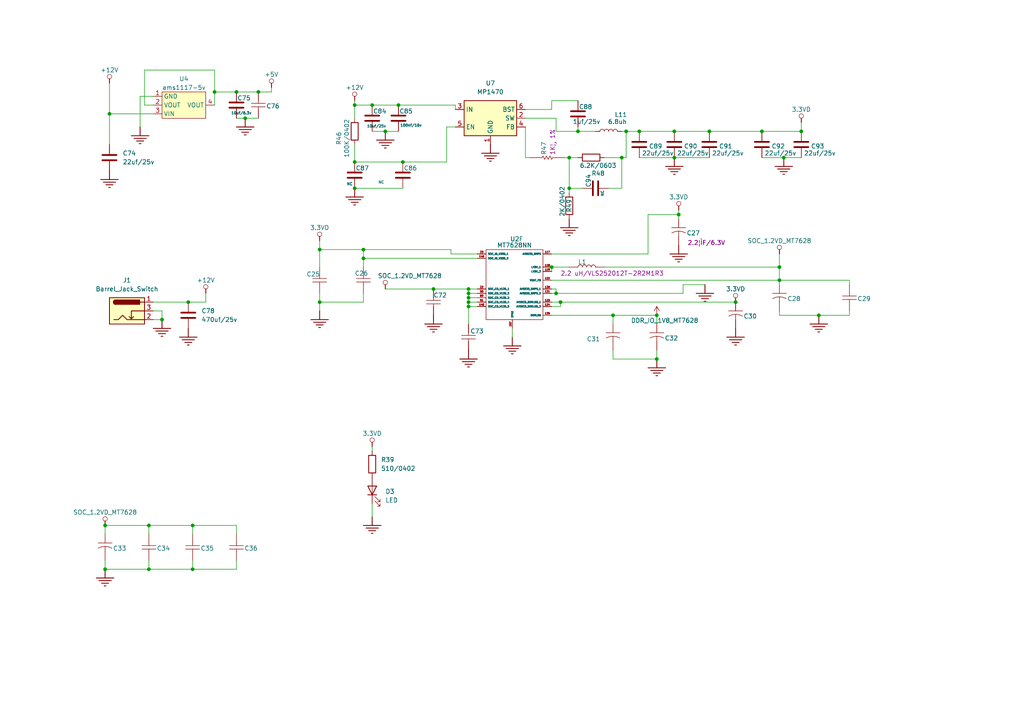
<source format=kicad_sch>
(kicad_sch (version 20250114) (generator "eeschema") (generator_version "9.0")
  (paper "A4")
  (lib_symbols
    (symbol "Connector:Barrel_Jack_Switch" (pin_names (hide yes))
      (property "Reference" "J" (at 0 5.334 0))
      (property "Value" "Barrel_Jack_Switch" (at 0 -5.08 0))
      (symbol "Barrel_Jack_Switch_1_1"
        (pin passive line (at 7.62 2.54 180) (length 2.54) (name "~") (number "1"))
        (pin passive line (at 7.62 0 180) (length 2.54) (name "~") (number "3"))
        (pin passive line (at 7.62 -2.54 180) (length 2.54) (name "~") (number "2"))
      )
    )
    (symbol "DDR2_CFG-altium-import:root_1_Res1_Miscellaneous Devices.SchLib" (pin_numbers (hide yes)) (pin_names (hide yes))
      (symbol "root_1_Res1_Miscellaneous Devices.SchLib_1_0"
        (pin passive line (at 2.54 7.62 270) (length 2.54) (name "2") (number "2"))
        (pin passive line (at 2.54 -2.54 90) (length 2.54) (name "1") (number "1"))
      )
    )
    (symbol "Device:C" (pin_numbers (hide yes)) (pin_names (offset 0.254))
      (property "Reference" "C" (at 0.635 2.54 0))
      (property "Value" "C" (at 0.635 -2.54 0))
      (symbol "C_1_1"
        (pin passive line (at 0 3.81 270) (length 2.794) (name "~") (number "1"))
        (pin passive line (at 0 -3.81 90) (length 2.794) (name "~") (number "2"))
      )
    )
    (symbol "Device:L" (pin_numbers (hide yes)) (pin_names (offset 1.016) (hide yes))
      (property "Reference" "L" (at -1.27 0 90))
      (property "Value" "L" (at 1.905 0 90))
      (symbol "L_1_1"
        (pin passive line (at 0 3.81 270) (length 1.27) (name "1") (number "1"))
        (pin passive line (at 0 -3.81 90) (length 1.27) (name "2") (number "2"))
      )
    )
    (symbol "Device:LED" (pin_numbers (hide yes)) (pin_names (offset 1.016) (hide yes))
      (property "Reference" "D" (at 0 2.54 0))
      (property "Value" "LED" (at 0 -2.54 0))
      (symbol "LED_1_1"
        (pin passive line (at -3.81 0 0) (length 2.54) (name "K") (number "1"))
        (pin passive line (at 3.81 0 180) (length 2.54) (name "A") (number "2"))
      )
    )
    (symbol "Device:R" (pin_numbers (hide yes)) (pin_names (offset 0))
      (property "Reference" "R" (at 2.032 0 90))
      (property "Value" "R" (at 0 0 90))
      (symbol "R_1_1"
        (pin passive line (at 0 3.81 270) (length 1.27) (name "~") (number "1"))
        (pin passive line (at 0 -3.81 90) (length 1.27) (name "~") (number "2"))
      )
    )
    (symbol "MT7688AN_Power-altium-import:3.3VD_CIRCLE" (power)
      (property "Value" "3.3VD" (at 0 -3.81 0))
      (symbol "3.3VD_CIRCLE_0_0"
        (pin power_in line (at 0 0 0) (length 0) (hide yes) (name "3.3VD") (number ""))
      )
    )
    (symbol "MT7688AN_Power-altium-import:GND_POWER_GROUND" (power)
      (property "Value" "GND" (at 0 -6.35 0))
      (symbol "GND_POWER_GROUND_0_0"
        (pin power_in line (at 0 0 0) (length 0) (hide yes) (name "GND") (number ""))
      )
    )
    (symbol "MT7688AN_Power-altium-import:SOC_1.2VD_MT7688_CIRCLE" (power)
      (property "Value" "SOC_1.2VD_MT7688" (at 0 -3.81 0))
      (symbol "SOC_1.2VD_MT7688_CIRCLE_0_0"
        (pin power_in line (at 0 0 0) (length 0) (hide yes) (name "SOC_1.2VD_MT7688") (number ""))
      )
    )
    (symbol "MT7688AN_Power-altium-import:root_0_Inductor_Miscellaneous Devices.SchLib" (pin_numbers (hide yes)) (pin_names (hide yes))
      (symbol "root_0_Inductor_Miscellaneous Devices.SchLib_1_0"
        (pin passive line (at -2.54 -2.54 0) (length 2.54) (name "1") (number "1"))
        (pin passive line (at 7.62 -2.54 180) (length 2.54) (name "2") (number "2"))
      )
    )
    (symbol "MT7688AN_Power-altium-import:root_1_Cap_Miscellaneous Devices.SchLib" (pin_numbers (hide yes)) (pin_names (hide yes))
      (symbol "root_1_Cap_Miscellaneous Devices.SchLib_1_0"
        (pin passive line (at 2.54 5.08 270) (length 2.54) (name "2") (number "2"))
        (pin passive line (at 2.54 -2.54 90) (length 2.54) (name "1") (number "1"))
      )
    )
    (symbol "MT7688AN_Power-altium-import:root_3_Cap2_Miscellaneous Devices.SchLib" (pin_numbers (hide yes)) (pin_names (hide yes))
      (symbol "root_3_Cap2_Miscellaneous Devices.SchLib_1_0"
        (pin passive line (at -2.54 2.54 270) (length 2.54) (name "1") (number "1"))
        (pin passive line (at -2.54 -5.08 90) (length 2.54) (name "2") (number "2"))
      )
    )
    (symbol "MT7688AN_Power-altium-import:root_3_Cap_Miscellaneous Devices.SchLib" (pin_numbers (hide yes)) (pin_names (hide yes))
      (symbol "root_3_Cap_Miscellaneous Devices.SchLib_1_0"
        (pin passive line (at -2.54 2.54 270) (length 2.54) (name "1") (number "1"))
        (pin passive line (at -2.54 -5.08 90) (length 2.54) (name "2") (number "2"))
      )
    )
    (symbol "Regulator_Switching:MP1470"
      (property "Reference" "U" (at -6.35 6.35 0))
      (property "Value" "MP1470" (at 3.81 6.35 0))
      (symbol "MP1470_1_1"
        (pin power_in line (at -10.16 2.54 0) (length 2.54) (name "IN") (number "3"))
        (pin input line (at -10.16 -2.54 0) (length 2.54) (name "EN") (number "5"))
        (pin power_in line (at 0 -7.62 90) (length 2.54) (name "GND") (number "1"))
        (pin passive line (at 10.16 2.54 180) (length 2.54) (name "BST") (number "6"))
        (pin power_out line (at 10.16 0 180) (length 2.54) (name "SW") (number "2"))
        (pin input line (at 10.16 -2.54 180) (length 2.54) (name "FB") (number "4"))
      )
    )
    (symbol "ams117:ams117-5v"
      (property "Reference" "U" (at 0 2.286 0))
      (symbol "ams117-5v_1_1"
        (pin power_in line (at -10.16 0 0) (length 2.54) (name "GND") (number "1"))
        (pin output line (at -10.16 -2.54 0) (length 2.54) (name "VOUT") (number "2"))
        (pin input line (at -10.16 -5.08 0) (length 2.54) (name "VIN") (number "3"))
        (pin output line (at 7.62 -2.54 180) (length 2.54) (name "VOUT") (number "4"))
      )
    )
    (symbol "mt7628_222:MT7628_*"
      (symbol "MT7628_*_1_1"
        (pin power_in line (at -8.89 2.54 0) (length 2.54) (name "AVDD33_WF_RFDIG") (number "149"))
        (pin power_in line (at -8.89 -2.54 0) (length 2.54) (name "AVDD33_WF_SX") (number "154"))
        (pin power_in line (at -8.89 -7.62 0) (length 2.54) (name "AVDD33_XTAL") (number "150"))
        (pin input line (at -8.89 -13.97 0) (length 2.54) (name "XTALIN") (number "151"))
        (pin power_in line (at -8.89 -20.32 0) (length 2.54) (name "AVSS33_XTAL") (number "152"))
        (pin output line (at -8.89 -26.67 0) (length 2.54) (name "CLKOUTP") (number "153"))
        (pin bidirectional line (at 10.16 3.81 180) (length 2.54) (name "WF0_LNA_EXT") (number "156"))
        (pin bidirectional line (at 10.16 2.54 180) (length 2.54) (name "WF1_LNA_EXT") (number "9"))
        (pin bidirectional line (at 10.16 0 180) (length 2.54) (name "AVSS33_RF_3") (number "7"))
        (pin bidirectional line (at 10.16 -2.54 180) (length 2.54) (name "WF0_RFIOP_1") (number "5"))
        (pin bidirectional line (at 10.16 -3.81 180) (length 2.54) (name "WF0_RFIOP_2") (number "6"))
        (pin bidirectional line (at 10.16 -6.35 180) (length 2.54) (name "WF0_RFION_1") (number "3"))
        (pin bidirectional line (at 10.16 -7.62 180) (length 2.54) (name "WF0_RFION_2") (number "4"))
        (pin bidirectional line (at 10.16 -10.16 180) (length 2.54) (name "AVSS33_RF_1") (number "1"))
        (pin bidirectional line (at 10.16 -11.43 180) (length 2.54) (name "AVSS33_RF_2") (number "2"))
        (pin bidirectional line (at 10.16 -13.97 180) (length 2.54) (name "AVSS33_RF_5") (number "13"))
        (pin bidirectional line (at 10.16 -16.51 180) (length 2.54) (name "WF1_RFIOP") (number "12"))
        (pin bidirectional line (at 10.16 -19.05 180) (length 2.54) (name "WF1_RFION") (number "11"))
        (pin bidirectional line (at 10.16 -21.59 180) (length 2.54) (name "AVSS33_RF_4") (number "10"))
        (pin bidirectional line (at 10.16 -24.13 180) (length 2.54) (name "AVDD33_WF0_TX") (number "8"))
        (pin power_in line (at 10.16 -26.67 180) (length 2.54) (name "AVDD33_WF1_TX") (number "14"))
        (pin power_in line (at 10.16 -29.21 180) (length 2.54) (name "AVDD33_WF0_TRX") (number "155"))
        (pin power_out line (at 10.16 -31.75 180) (length 2.54) (name "AVDD33_WF1_TRX") (number "15"))
      )
      (symbol "MT7628_*_2_1"
        (pin bidirectional line (at -11.43 10.16 0) (length 2.54) (name "MD0") (number "71"))
        (pin bidirectional line (at -11.43 8.89 0) (length 2.54) (name "MD1") (number "107"))
        (pin bidirectional line (at -11.43 7.62 0) (length 2.54) (name "MD2") (number "69"))
        (pin bidirectional line (at -11.43 6.35 0) (length 2.54) (name "MD3") (number "105"))
        (pin bidirectional line (at -11.43 5.08 0) (length 2.54) (name "MD4") (number "106"))
        (pin bidirectional line (at -11.43 3.81 0) (length 2.54) (name "MD5") (number "73"))
        (pin bidirectional line (at -11.43 2.54 0) (length 2.54) (name "MD6") (number "109"))
        (pin bidirectional line (at -11.43 1.27 0) (length 2.54) (name "MD7") (number "70"))
        (pin bidirectional line (at -11.43 0 0) (length 2.54) (name "MD8") (number "66"))
        (pin bidirectional line (at -11.43 -1.27 0) (length 2.54) (name "MD9") (number "112"))
        (pin bidirectional line (at -11.43 -2.54 0) (length 2.54) (name "MD10") (number "68"))
        (pin bidirectional line (at -11.43 -3.81 0) (length 2.54) (name "MD11") (number "110"))
        (pin bidirectional line (at -11.43 -5.08 0) (length 2.54) (name "MD12") (number "111"))
        (pin bidirectional line (at -11.43 -6.35 0) (length 2.54) (name "MD13") (number "67"))
        (pin bidirectional line (at -11.43 -7.62 0) (length 2.54) (name "MD14") (number "114"))
        (pin bidirectional line (at -11.43 -8.89 0) (length 2.54) (name "MD15") (number "65"))
        (pin bidirectional line (at -11.43 -15.24 0) (length 2.54) (name "DDR_IO_1V8D_1") (number "79"))
        (pin bidirectional line (at -11.43 -16.51 0) (length 2.54) (name "DDR_IO_1V8D_2") (number "98"))
        (pin bidirectional line (at -11.43 -17.78 0) (length 2.54) (name "DDR_IO_1V8D_3") (number "116"))
        (pin bidirectional line (at -11.43 -25.4 0) (length 2.54) (name "DDR_IO_VREF_1") (number "90"))
        (pin bidirectional line (at -11.43 -26.67 0) (length 2.54) (name "DDR_IO_VREF_2") (number "104"))
        (pin power_in line (at -1.27 -36.83 90) (length 2.54) (name "DDR_IO_VSS_1") (number "63"))
        (pin power_in line (at 0 -36.83 90) (length 2.54) (name "DDR_IO_VSS_2") (number "115"))
        (pin bidirectional line (at 11.43 10.16 180) (length 2.54) (name "MA0") (number "80"))
        (pin bidirectional line (at 11.43 8.89 180) (length 2.54) (name "MA1") (number "88"))
        (pin bidirectional line (at 11.43 7.62 180) (length 2.54) (name "MA2") (number "87"))
        (pin bidirectional line (at 11.43 6.35 180) (length 2.54) (name "MA3") (number "97"))
        (pin bidirectional line (at 11.43 5.08 180) (length 2.54) (name "MA4") (number "82"))
        (pin bidirectional line (at 11.43 3.81 180) (length 2.54) (name "MA5") (number "93"))
        (pin bidirectional line (at 11.43 2.54 180) (length 2.54) (name "MA6") (number "86"))
        (pin bidirectional line (at 11.43 1.27 180) (length 2.54) (name "MA7") (number "95"))
        (pin bidirectional line (at 11.43 0 180) (length 2.54) (name "MA8") (number "84"))
        (pin bidirectional line (at 11.43 -1.27 180) (length 2.54) (name "MA9") (number "94"))
        (pin bidirectional line (at 11.43 -2.54 180) (length 2.54) (name "MA10") (number "92"))
        (pin bidirectional line (at 11.43 -3.81 180) (length 2.54) (name "MA11") (number "85"))
        (pin bidirectional line (at 11.43 -5.08 180) (length 2.54) (name "MA12") (number "96"))
        (pin bidirectional line (at 11.43 -6.35 180) (length 2.54) (name "MA13") (number "83"))
        (pin bidirectional line (at 11.43 -8.89 180) (length 2.54) (name "MDQS0") (number "113"))
        (pin bidirectional line (at 11.43 -10.16 180) (length 2.54) (name "MDQS1") (number "72"))
        (pin bidirectional line (at 11.43 -12.7 180) (length 2.54) (name "MDQM0") (number "108"))
        (pin bidirectional line (at 11.43 -13.97 180) (length 2.54) (name "MDQM1") (number "64"))
        (pin bidirectional line (at 11.43 -16.51 180) (length 2.54) (name "MBA0") (number "100"))
        (pin bidirectional line (at 11.43 -17.78 180) (length 2.54) (name "MBA1") (number "99"))
        (pin bidirectional line (at 11.43 -19.05 180) (length 2.54) (name "MBA2") (number "101"))
        (pin bidirectional line (at 11.43 -21.59 180) (length 2.54) (name "MCK_N") (number "76"))
        (pin bidirectional line (at 11.43 -22.86 180) (length 2.54) (name "MCK_P") (number "77"))
        (pin bidirectional line (at 11.43 -25.4 180) (length 2.54) (name "MCKE") (number "103"))
        (pin bidirectional line (at 11.43 -27.94 180) (length 2.54) (name "MODT") (number "74"))
        (pin bidirectional line (at 11.43 -29.21 180) (length 2.54) (name "MRAS") (number "81"))
        (pin bidirectional line (at 11.43 -30.48 180) (length 2.54) (name "MCAS") (number "75"))
        (pin bidirectional line (at 11.43 -31.75 180) (length 2.54) (name "MW_E") (number "102"))
        (pin bidirectional line (at 11.43 -33.02 180) (length 2.54) (name "MCS") (number "78"))
      )
      (symbol "MT7628_*_3_1"
        (pin bidirectional line (at -7.62 0 0) (length 2.54) (name "SPI_MISO") (number "26"))
        (pin bidirectional line (at -7.62 -1.27 0) (length 2.54) (name "SPI_MOSI") (number "27"))
        (pin bidirectional line (at -7.62 -2.54 0) (length 2.54) (name "SPI_CLK") (number "25"))
        (pin bidirectional line (at -7.62 -3.81 0) (length 2.54) (name "SPI_CS0") (number "28"))
        (pin bidirectional line (at -7.62 -5.08 0) (length 2.54) (name "SPI_CS1") (number "24"))
        (pin bidirectional line (at -7.62 -10.16 0) (length 2.54) (name "I2C_SCLK") (number "20"))
        (pin bidirectional line (at -7.62 -11.43 0) (length 2.54) (name "I2C_SD") (number "21"))
        (pin bidirectional line (at -7.62 -13.97 0) (length 2.54) (name "GPIO0") (number "29"))
        (pin bidirectional line (at -7.62 -16.51 0) (length 2.54) (name "PORST_N") (number "138"))
        (pin bidirectional line (at -7.62 -17.78 0) (length 2.54) (name "WDT_RST_N") (number "137"))
        (pin bidirectional line (at 0 -24.13 90) (length 2.54) (name "NC_1") (number "37"))
        (pin output line (at 8.89 -2.54 180) (length 2.54) (name "UART_TXD1") (number "147"))
        (pin input line (at 8.89 -3.81 180) (length 2.54) (name "UART_RXD1") (number "148"))
        (pin input line (at 8.89 -7.62 180) (length 2.54) (name "UART_RXD0") (number "31"))
        (pin output line (at 8.89 -8.89 180) (length 2.54) (name "UART_TXD0") (number "30"))
        (pin bidirectional line (at 8.89 -12.7 180) (length 2.54) (name "I2S_CLK") (number "19"))
        (pin output line (at 8.89 -13.97 180) (length 2.54) (name "I2S_WS") (number "18"))
        (pin output line (at 8.89 -15.24 180) (length 2.54) (name "I2S_SDI") (number "16"))
        (pin bidirectional line (at 8.89 -16.51 180) (length 2.54) (name "I2S_SDO") (number "17"))
        (pin bidirectional line (at 8.89 -17.78 180) (length 2.54) (name "REF_CLK0") (number "136"))
        (pin bidirectional line (at 8.89 -20.32 180) (length 2.54) (name "WLED_N") (number "144"))
      )
      (symbol "MT7628_*_4_1"
        (pin power_in line (at -11.43 8.89 0) (length 2.54) (name "AVDD33_USB") (number "60"))
        (pin bidirectional line (at -11.43 0 0) (length 2.54) (name "USB_VRT") (number "59"))
        (pin bidirectional line (at -11.43 -6.35 0) (length 2.54) (name "USB_DP") (number "61"))
        (pin bidirectional line (at -11.43 -7.62 0) (length 2.54) (name "USB_DM") (number "62"))
        (pin power_in line (at 0 -15.24 90) (length 2.54) (name "PCIE_IO_VSS") (number "128"))
        (pin bidirectional line (at 11.43 10.16 180) (length 2.54) (name "AVDD12_PCIE") (number "131"))
        (pin bidirectional line (at 11.43 7.62 180) (length 2.54) (name "AVDD33_PCIE") (number "134"))
        (pin bidirectional line (at 11.43 5.08 180) (length 2.54) (name "PERST_N") (number "135"))
        (pin bidirectional line (at 11.43 2.54 180) (length 2.54) (name "PCIE_CKP0") (number "133"))
        (pin bidirectional line (at 11.43 1.27 180) (length 2.54) (name "PCIE_CKN0") (number "132"))
        (pin bidirectional line (at 11.43 -1.27 180) (length 2.54) (name "PCIE_TXP0") (number "127"))
        (pin bidirectional line (at 11.43 -3.81 180) (length 2.54) (name "PCIE_TXN0") (number "126"))
        (pin bidirectional line (at 11.43 -7.62 180) (length 2.54) (name "PCIE_RXP0") (number "129"))
        (pin bidirectional line (at 11.43 -8.89 180) (length 2.54) (name "PCIE_RXN0") (number "130"))
      )
      (symbol "MT7628_*_5_1"
        (pin power_in line (at -11.43 16.51 0) (length 2.54) (name "AVDD33_TX_P0") (number "32"))
        (pin power_in line (at -11.43 15.24 0) (length 2.54) (name "AVDD33_COM") (number "38"))
        (pin power_in line (at -11.43 13.97 0) (length 2.54) (name "AVDD33_TX_P1234_1") (number "41"))
        (pin power_in line (at -11.43 12.7 0) (length 2.54) (name "AVDD33_TX_P1234_2") (number "53"))
        (pin bidirectional line (at -11.43 5.08 0) (length 2.54) (name "EPHY_VRT") (number "39"))
        (pin bidirectional line (at -11.43 -2.54 0) (length 2.54) (name "EPHY_LED4_N_JTRST_N") (number "139"))
        (pin bidirectional line (at -11.43 -3.81 0) (length 2.54) (name "AVDD33_TX_P1234_2") (number "140"))
        (pin bidirectional line (at -11.43 -5.08 0) (length 2.54) (name "EPHY_LED2_N_JTMS") (number "141"))
        (pin bidirectional line (at -11.43 -6.35 0) (length 2.54) (name "EPHY_LED1_N_JTDI") (number "142"))
        (pin bidirectional line (at -11.43 -7.62 0) (length 2.54) (name "EPHY_LED0_N_JTDO") (number "143"))
        (pin bidirectional line (at 11.43 16.51 180) (length 2.54) (name "MDI_TN_P4") (number "57"))
        (pin bidirectional line (at 11.43 15.24 180) (length 2.54) (name "MDI_TP_P4") (number "56"))
        (pin bidirectional line (at 11.43 13.97 180) (length 2.54) (name "MDI_RN_P4") (number "55"))
        (pin bidirectional line (at 11.43 12.7 180) (length 2.54) (name "MDI_RP_P4") (number "54"))
        (pin bidirectional line (at 11.43 10.16 180) (length 2.54) (name "MDI_TN_P3") (number "50"))
        (pin bidirectional line (at 11.43 8.89 180) (length 2.54) (name "MDI_TP_P3") (number "49"))
        (pin bidirectional line (at 11.43 7.62 180) (length 2.54) (name "MDI_RN_P3") (number "52"))
        (pin bidirectional line (at 11.43 6.35 180) (length 2.54) (name "MDI_RP_P3") (number "51"))
        (pin bidirectional line (at 11.43 3.81 180) (length 2.54) (name "MDI_TN_P2") (number "48"))
        (pin bidirectional line (at 11.43 2.54 180) (length 2.54) (name "MDI_TP_P2") (number "47"))
        (pin bidirectional line (at 11.43 1.27 180) (length 2.54) (name "MDI_RN_P2") (number "46"))
        (pin bidirectional line (at 11.43 0 180) (length 2.54) (name "MDI_RP_P2") (number "45"))
        (pin bidirectional line (at 11.43 -2.54 180) (length 2.54) (name "MDI_TN_P1") (number "42"))
        (pin bidirectional line (at 11.43 -3.81 180) (length 2.54) (name "MDI_TP_P1") (number "40"))
        (pin bidirectional line (at 11.43 -5.08 180) (length 2.54) (name "MDI_RN_P1") (number "44"))
        (pin bidirectional line (at 11.43 -6.35 180) (length 2.54) (name "MDI_RP_P1") (number "43"))
        (pin bidirectional line (at 11.43 -8.89 180) (length 2.54) (name "MDI_TN_P0") (number "36"))
        (pin bidirectional line (at 11.43 -10.16 180) (length 2.54) (name "MDI_TP_P0") (number "35"))
        (pin bidirectional line (at 11.43 -11.43 180) (length 2.54) (name "MDI_RN_P0") (number "34"))
        (pin bidirectional line (at 11.43 -12.7 180) (length 2.54) (name "MDI_RP_P0") (number "33"))
      )
      (symbol "MT7628_*_6_1"
        (pin bidirectional line (at -11.43 7.62 0) (length 2.54) (name "SOC_IO_V33D_1") (number "23"))
        (pin bidirectional line (at -11.43 6.35 0) (length 2.54) (name "SOC_IO_V33D_2") (number "146"))
        (pin bidirectional line (at -11.43 -2.54 0) (length 2.54) (name "SOC_CO_V12D_1") (number "22"))
        (pin bidirectional line (at -11.43 -3.81 0) (length 2.54) (name "SOC_CO_V12D_2") (number "58"))
        (pin bidirectional line (at -11.43 -5.08 0) (length 2.54) (name "SOC_CO_V12D_3") (number "89"))
        (pin bidirectional line (at -11.43 -6.35 0) (length 2.54) (name "SOC_CO_V12D_4") (number "91"))
        (pin bidirectional line (at -11.43 -7.62 0) (length 2.54) (name "SOC_CO_V12D_5") (number "145"))
        (pin power_in line (at -1.27 -13.97 90) (length 2.54) (name "EPAD") (number "157"))
        (pin power_in line (at 10.16 7.62 180) (length 2.54) (name "AVDD33_SMPS") (number "117"))
        (pin bidirectional line (at 10.16 3.81 180) (length 2.54) (name "LXBK_1") (number "118"))
        (pin bidirectional line (at 10.16 2.54 180) (length 2.54) (name "LXBK_2") (number "119"))
        (pin bidirectional line (at 10.16 0 180) (length 2.54) (name "VOUT_FB") (number "122"))
        (pin bidirectional line (at 10.16 -2.54 180) (length 2.54) (name "AVSS33_SMPS_1") (number "120"))
        (pin bidirectional line (at 10.16 -3.81 180) (length 2.54) (name "AVSS33_SMPS_2") (number "121"))
        (pin bidirectional line (at 10.16 -6.35 180) (length 2.54) (name "AVDD33_DDRLDO_1") (number "123"))
        (pin bidirectional line (at 10.16 -7.62 180) (length 2.54) (name "AVDD33_DDRLDO_2") (number "124"))
        (pin bidirectional line (at 10.16 -10.16 180) (length 2.54) (name "DDRLDO") (number "125"))
      )
    )
    (symbol "power:+1V8" (power) (pin_numbers (hide yes)) (pin_names (offset 0) (hide yes))
      (property "Value" "+1V8" (at 0 3.556 0))
      (symbol "+1V8_1_1"
        (pin power_in line (at 0 0 90) (length 0) (name "~") (number "1"))
      )
    )
  )
  (junction (at 196.85 62.23))
  (junction (at 105.41 72.39))
  (junction (at 135.89 86.36))
  (junction (at 92.71 87.63))
  (junction (at 74.93 26.67))
  (junction (at 180.34 45.72))
  (junction (at 92.71 72.39))
  (junction (at 237.49 91.44))
  (junction (at 190.5 91.44))
  (junction (at 115.57 30.48))
  (junction (at 162.56 87.63))
  (junction (at 232.41 38.1))
  (junction (at 54.61 87.63))
  (junction (at 185.42 38.1))
  (junction (at 227.33 45.72))
  (junction (at 220.98 38.1))
  (junction (at 30.48 152.4))
  (junction (at 68.58 26.67))
  (junction (at 125.73 83.82))
  (junction (at 31.75 33.02))
  (junction (at 177.8 91.44))
  (junction (at 111.76 38.1))
  (junction (at 195.58 38.1))
  (junction (at 226.06 81.28))
  (junction (at 62.23 26.67))
  (junction (at 135.89 83.82))
  (junction (at 135.89 88.9))
  (junction (at 213.36 87.63))
  (junction (at 181.61 38.1))
  (junction (at 135.89 85.09))
  (junction (at 160.02 77.47))
  (junction (at 165.1 54.61))
  (junction (at 102.87 46.99))
  (junction (at 55.88 165.1))
  (junction (at 195.58 45.72))
  (junction (at 30.48 165.1))
  (junction (at 46.99 92.71))
  (junction (at 135.89 87.63))
  (junction (at 43.18 165.1))
  (junction (at 190.5 104.14))
  (junction (at 116.84 46.99))
  (junction (at 205.74 38.1))
  (junction (at 165.1 45.72))
  (junction (at 102.87 54.61))
  (junction (at 102.87 30.48))
  (junction (at 107.95 30.48))
  (junction (at 105.41 74.93))
  (junction (at 167.64 38.1))
  (junction (at 55.88 152.4))
  (junction (at 226.06 77.47))
  (junction (at 43.18 152.4))
  (junction (at 161.29 85.09))
  (junction (at 71.12 34.29))
  (wire (pts (xy 129.54 46.99) (xy 129.54 36.83)))
  (wire (pts (xy 92.71 72.39) (xy 92.71 77.47)))
  (wire (pts (xy 177.8 93.98) (xy 177.8 91.44)))
  (wire (pts (xy 185.42 45.72) (xy 195.58 45.72)))
  (wire (pts (xy 43.18 152.4) (xy 55.88 152.4)))
  (wire (pts (xy 55.88 152.4) (xy 68.58 152.4)))
  (wire (pts (xy 107.95 149.86) (xy 107.95 146.05)))
  (wire (pts (xy 148.59 97.79) (xy 148.59 95.25)))
  (wire (pts (xy 226.06 73.66) (xy 226.06 77.47)))
  (wire (pts (xy 68.58 162.56) (xy 68.58 165.1)))
  (wire (pts (xy 160.02 91.44) (xy 177.8 91.44)))
  (wire (pts (xy 135.89 87.63) (xy 138.43 87.63)))
  (wire (pts (xy 196.85 62.23) (xy 196.85 60.96)))
  (wire (pts (xy 161.29 83.82) (xy 161.29 85.09)))
  (wire (pts (xy 181.61 45.72) (xy 181.61 38.1)))
  (wire (pts (xy 130.81 72.39) (xy 130.81 73.66)))
  (wire (pts (xy 190.5 104.14) (xy 190.5 101.6)))
  (wire (pts (xy 165.1 55.88) (xy 165.1 54.61)))
  (wire (pts (xy 78.74 26.67) (xy 74.93 26.67)))
  (wire (pts (xy 162.56 87.63) (xy 162.56 88.9)))
  (wire (pts (xy 62.23 26.67) (xy 68.58 26.67)))
  (wire (pts (xy 198.12 82.55) (xy 198.12 85.09)))
  (wire (pts (xy 92.71 72.39) (xy 105.41 72.39)))
  (wire (pts (xy 160.02 73.66) (xy 187.96 73.66)))
  (wire (pts (xy 43.18 165.1) (xy 55.88 165.1)))
  (wire (pts (xy 135.89 88.9) (xy 138.43 88.9)))
  (wire (pts (xy 68.58 26.67) (xy 74.93 26.67)))
  (wire (pts (xy 187.96 62.23) (xy 196.85 62.23)))
  (wire (pts (xy 102.87 30.48) (xy 102.87 34.29)))
  (wire (pts (xy 31.75 33.02) (xy 31.75 41.91)))
  (wire (pts (xy 92.71 87.63) (xy 92.71 85.09)))
  (wire (pts (xy 152.4 34.29) (xy 161.29 34.29)))
  (wire (pts (xy 68.58 165.1) (xy 55.88 165.1)))
  (wire (pts (xy 105.41 72.39) (xy 130.81 72.39)))
  (wire (pts (xy 152.4 36.83) (xy 152.4 45.72)))
  (wire (pts (xy 220.98 38.1) (xy 232.41 38.1)))
  (wire (pts (xy 181.61 38.1) (xy 180.34 38.1)))
  (wire (pts (xy 160.02 87.63) (xy 162.56 87.63)))
  (wire (pts (xy 185.42 38.1) (xy 181.61 38.1)))
  (wire (pts (xy 195.58 38.1) (xy 205.74 38.1)))
  (wire (pts (xy 41.91 30.48) (xy 41.91 20.32)))
  (wire (pts (xy 111.76 83.82) (xy 125.73 83.82)))
  (wire (pts (xy 44.45 27.94) (xy 40.64 27.94)))
  (wire (pts (xy 162.56 87.63) (xy 213.36 87.63)))
  (wire (pts (xy 220.98 45.72) (xy 227.33 45.72)))
  (wire (pts (xy 44.45 87.63) (xy 54.61 87.63)))
  (wire (pts (xy 135.89 86.36) (xy 138.43 86.36)))
  (wire (pts (xy 92.71 87.63) (xy 92.71 90.17)))
  (wire (pts (xy 226.06 77.47) (xy 226.06 81.28)))
  (wire (pts (xy 54.61 87.63) (xy 59.69 87.63)))
  (wire (pts (xy 162.56 88.9) (xy 160.02 88.9)))
  (wire (pts (xy 152.4 31.75) (xy 160.02 31.75)))
  (wire (pts (xy 43.18 154.94) (xy 43.18 152.4)))
  (wire (pts (xy 30.48 165.1) (xy 43.18 165.1)))
  (wire (pts (xy 30.48 162.56) (xy 30.48 165.1)))
  (wire (pts (xy 175.26 77.47) (xy 226.06 77.47)))
  (wire (pts (xy 105.41 77.47) (xy 105.41 74.93)))
  (wire (pts (xy 107.95 30.48) (xy 115.57 30.48)))
  (wire (pts (xy 105.41 74.93) (xy 105.41 72.39)))
  (wire (pts (xy 226.06 91.44) (xy 226.06 90.17)))
  (wire (pts (xy 160.02 77.47) (xy 165.1 77.47)))
  (wire (pts (xy 68.58 154.94) (xy 68.58 152.4)))
  (wire (pts (xy 44.45 30.48) (xy 41.91 30.48)))
  (wire (pts (xy 102.87 30.48) (xy 107.95 30.48)))
  (wire (pts (xy 185.42 38.1) (xy 195.58 38.1)))
  (wire (pts (xy 62.23 20.32) (xy 62.23 26.67)))
  (wire (pts (xy 226.06 82.55) (xy 226.06 81.28)))
  (wire (pts (xy 177.8 101.6) (xy 177.8 104.14)))
  (wire (pts (xy 132.08 30.48) (xy 132.08 31.75)))
  (wire (pts (xy 41.91 20.32) (xy 62.23 20.32)))
  (wire (pts (xy 135.89 88.9) (xy 135.89 93.98)))
  (wire (pts (xy 46.99 90.17) (xy 46.99 92.71)))
  (wire (pts (xy 176.53 54.61) (xy 180.34 54.61)))
  (wire (pts (xy 125.73 83.82) (xy 135.89 83.82)))
  (wire (pts (xy 237.49 91.44) (xy 246.38 91.44)))
  (wire (pts (xy 46.99 92.71) (xy 44.45 92.71)))
  (wire (pts (xy 167.64 38.1) (xy 167.64 36.83)))
  (wire (pts (xy 102.87 54.61) (xy 116.84 54.61)))
  (wire (pts (xy 107.95 38.1) (xy 111.76 38.1)))
  (wire (pts (xy 195.58 45.72) (xy 205.74 45.72)))
  (wire (pts (xy 31.75 33.02) (xy 44.45 33.02)))
  (wire (pts (xy 30.48 154.94) (xy 30.48 152.4)))
  (wire (pts (xy 116.84 46.99) (xy 129.54 46.99)))
  (wire (pts (xy 59.69 87.63) (xy 59.69 85.09)))
  (wire (pts (xy 180.34 45.72) (xy 181.61 45.72)))
  (wire (pts (xy 177.8 91.44) (xy 190.5 91.44)))
  (wire (pts (xy 198.12 85.09) (xy 161.29 85.09)))
  (wire (pts (xy 175.26 45.72) (xy 180.34 45.72)))
  (wire (pts (xy 40.64 27.94) (xy 40.64 36.83)))
  (wire (pts (xy 30.48 152.4) (xy 43.18 152.4)))
  (wire (pts (xy 129.54 36.83) (xy 132.08 36.83)))
  (wire (pts (xy 177.8 104.14) (xy 190.5 104.14)))
  (wire (pts (xy 102.87 29.21) (xy 102.87 30.48)))
  (wire (pts (xy 180.34 54.61) (xy 180.34 45.72)))
  (wire (pts (xy 196.85 63.5) (xy 196.85 62.23)))
  (wire (pts (xy 115.57 30.48) (xy 132.08 30.48)))
  (wire (pts (xy 55.88 162.56) (xy 55.88 165.1)))
  (wire (pts (xy 226.06 91.44) (xy 237.49 91.44)))
  (wire (pts (xy 105.41 85.09) (xy 105.41 87.63)))
  (wire (pts (xy 152.4 45.72) (xy 153.67 45.72)))
  (wire (pts (xy 161.29 38.1) (xy 167.64 38.1)))
  (wire (pts (xy 107.95 129.54) (xy 107.95 130.81)))
  (wire (pts (xy 168.91 54.61) (xy 165.1 54.61)))
  (wire (pts (xy 160.02 83.82) (xy 161.29 83.82)))
  (wire (pts (xy 71.12 34.29) (xy 74.93 34.29)))
  (wire (pts (xy 190.5 91.44) (xy 190.5 93.98)))
  (wire (pts (xy 246.38 91.44) (xy 246.38 90.17)))
  (wire (pts (xy 160.02 81.28) (xy 226.06 81.28)))
  (wire (pts (xy 105.41 74.93) (xy 138.43 74.93)))
  (wire (pts (xy 204.47 82.55) (xy 198.12 82.55)))
  (wire (pts (xy 160.02 29.21) (xy 167.64 29.21)))
  (wire (pts (xy 62.23 26.67) (xy 62.23 30.48)))
  (wire (pts (xy 165.1 54.61) (xy 165.1 45.72)))
  (wire (pts (xy 232.41 35.56) (xy 232.41 38.1)))
  (wire (pts (xy 135.89 85.09) (xy 138.43 85.09)))
  (wire (pts (xy 68.58 34.29) (xy 71.12 34.29)))
  (wire (pts (xy 102.87 46.99) (xy 116.84 46.99)))
  (wire (pts (xy 227.33 45.72) (xy 232.41 45.72)))
  (wire (pts (xy 160.02 77.47) (xy 160.02 78.74)))
  (wire (pts (xy 130.81 73.66) (xy 138.43 73.66)))
  (wire (pts (xy 102.87 41.91) (xy 102.87 46.99)))
  (wire (pts (xy 111.76 38.1) (xy 115.57 38.1)))
  (wire (pts (xy 246.38 81.28) (xy 246.38 82.55)))
  (wire (pts (xy 135.89 83.82) (xy 135.89 85.09)))
  (wire (pts (xy 44.45 90.17) (xy 46.99 90.17)))
  (wire (pts (xy 92.71 69.85) (xy 92.71 72.39)))
  (wire (pts (xy 172.72 38.1) (xy 167.64 38.1)))
  (wire (pts (xy 160.02 31.75) (xy 160.02 29.21)))
  (wire (pts (xy 135.89 85.09) (xy 135.89 86.36)))
  (wire (pts (xy 161.29 85.09) (xy 160.02 85.09)))
  (wire (pts (xy 55.88 154.94) (xy 55.88 152.4)))
  (wire (pts (xy 135.89 83.82) (xy 138.43 83.82)))
  (wire (pts (xy 105.41 87.63) (xy 92.71 87.63)))
  (wire (pts (xy 226.06 81.28) (xy 246.38 81.28)))
  (wire (pts (xy 167.64 45.72) (xy 165.1 45.72)))
  (wire (pts (xy 135.89 87.63) (xy 135.89 88.9)))
  (wire (pts (xy 187.96 73.66) (xy 187.96 62.23)))
  (wire (pts (xy 165.1 45.72) (xy 163.83 45.72)))
  (wire (pts (xy 161.29 34.29) (xy 161.29 38.1)))
  (wire (pts (xy 31.75 24.13) (xy 31.75 33.02)))
  (wire (pts (xy 43.18 162.56) (xy 43.18 165.1)))
  (wire (pts (xy 205.74 38.1) (xy 220.98 38.1)))
  (wire (pts (xy 135.89 86.36) (xy 135.89 87.63)))
  (wire (pts (xy 78.74 25.4) (xy 78.74 26.67)))
  (symbol (lib_id "power:+1V8") (at 190.5 91.44 0) (unit 1)
    (property "Reference" "#PWR070" (effects (hide yes)))
    (property "Value" "DDR_IO_1V8_MT7628" (at 192.786 92.964 0))
    (property "Description" "Power symbol creates a global label with name \"+1V8\"" (effects (hide yes)))
  )
  (symbol (lib_id "MT7688AN_Power-altium-import:GND_POWER_GROUND") (at 237.49 91.44 0) (mirror y) (unit 1)
    (property "Reference" "#PWR012" (effects (hide yes)))
    (property "Value" "GND" (effects (hide yes)))
  )
  (symbol (lib_id "MT7688AN_Power-altium-import:GND_POWER_GROUND") (at 142.24 41.91 0) (unit 1)
    (property "Reference" "#PWR0124" (effects (hide yes)))
    (property "Value" "GND" (effects (hide yes)))
  )
  (symbol (lib_id "Device:C") (at 185.42 41.91 0) (unit 1)
    (property "Reference" "C89" (at 188.214 42.418 0) (effects (justify left)))
    (property "Value" "22uf/25v" (at 186.182 44.45 0) (effects (justify left)))
    (property "Footprint" "Capacitor_SMD:C_0603_1608Metric" (effects (hide yes)))
    (property "Description" "Unpolarized capacitor" (effects (hide yes)))
    (property "LCSC" "C84419" (effects (hide yes)))
  )
  (symbol (lib_id "MT7688AN_Power-altium-import:GND_POWER_GROUND") (at 195.58 45.72 0) (unit 1)
    (property "Reference" "#PWR0125" (effects (hide yes)))
    (property "Value" "GND" (effects (hide yes)))
  )
  (symbol (lib_id "MT7688AN_Power-altium-import:root_1_Cap_Miscellaneous Devices.SchLib") (at 90.17 82.55 0) (unit 1)
    (property "Reference" "C25" (at 88.9 80.264 0) (effects (justify left bottom)))
    (property "Value" "100nf/16v" (effects (hide yes)))
    (property "Footprint" "Capacitor_SMD:C_0402_1005Metric" (effects (hide yes)))
    (property "Description" "Capacitor" (effects (hide yes)))
    (property "PUBLISHED" "8-Jun-2000" (effects (hide yes)))
    (property "LATESTREVISIONDATE" "17-Jul-2002" (effects (hide yes)))
    (property "LATESTREVISIONNOTE" "Re-released for DXP Platform." (effects (hide yes)))
    (property "PACKAGEREFERENCE" "RAD-0.3" (effects (hide yes)))
    (property "PUBLISHER" "Altium Limited" (effects (hide yes)))
    (property "PACKAGEDESCRIPTION" "Radial Cap, Thru-Hole; 2 Leads; 0.3 in Pin Spacing" (effects (hide yes)))
    (property "ALTIUM_VALUE" "0.1¦ÌF/16V" (effects (hide yes)))
    (property "LCSC" "C1525" (effects (hide yes)))
  )
  (symbol (lib_id "MT7688AN_Power-altium-import:root_1_Cap_Miscellaneous Devices.SchLib") (at 40.64 160.02 0) (unit 1)
    (property "Reference" "C34" (at 45.466 159.766 0) (effects (justify left bottom)))
    (property "Value" "100nf/16v" (effects (hide yes)))
    (property "Footprint" "Capacitor_SMD:C_0402_1005Metric" (effects (hide yes)))
    (property "Description" "Capacitor" (effects (hide yes)))
    (property "PUBLISHED" "8-Jun-2000" (effects (hide yes)))
    (property "LATESTREVISIONDATE" "17-Jul-2002" (effects (hide yes)))
    (property "LATESTREVISIONNOTE" "Re-released for DXP Platform." (effects (hide yes)))
    (property "PACKAGEREFERENCE" "RAD-0.3" (effects (hide yes)))
    (property "PUBLISHER" "Altium Limited" (effects (hide yes)))
    (property "PACKAGEDESCRIPTION" "Radial Cap, Thru-Hole; 2 Leads; 0.3 in Pin Spacing" (effects (hide yes)))
    (property "ALTIUM_VALUE" "0.1¦ÌF/16V" (effects (hide yes)))
    (property "LCSC" "C1525" (effects (hide yes)))
  )
  (symbol (lib_id "Device:LED") (at 107.95 142.24 90) (unit 1)
    (property "Reference" "D3" (at 111.76 142.5574 90) (effects (justify right)))
    (property "Value" "LED" (at 111.76 145.0974 90) (effects (justify right)))
    (property "Footprint" "Diode_SMD:D_0603_1608Metric" (effects (hide yes)))
    (property "Description" "Light emitting diode" (effects (hide yes)))
    (property "Sim.Pins" "1=K 2=A" (effects (hide yes)))
    (property "LCSC" "C2286" (effects (hide yes)))
  )
  (symbol (lib_id "MT7688AN_Power-altium-import:GND_POWER_GROUND") (at 54.61 95.25 0) (unit 1)
    (property "Reference" "#PWR0118" (effects (hide yes)))
    (property "Value" "GND" (effects (hide yes)))
  )
  (symbol (lib_id "MT7688AN_Power-altium-import:GND_POWER_GROUND") (at 46.99 92.71 0) (unit 1)
    (property "Reference" "#PWR0117" (effects (hide yes)))
    (property "Value" "GND" (effects (hide yes)))
  )
  (symbol (lib_id "Device:C") (at 115.57 34.29 0) (unit 1)
    (property "Reference" "C85" (at 115.824 32.258 0) (effects (justify left)))
    (property "Value" "100nf/16v" (at 116.078 36.322 0) (effects (font (size 0.762 0.762)) (justify left)))
    (property "Footprint" "Capacitor_SMD:C_0402_1005Metric" (effects (hide yes)))
    (property "Description" "Unpolarized capacitor" (effects (hide yes)))
    (property "LCSC" "C1525" (effects (hide yes)))
  )
  (symbol (lib_id "MT7688AN_Power-altium-import:root_1_Cap_Miscellaneous Devices.SchLib") (at 123.19 88.9 0) (unit 1)
    (property "Reference" "C72" (at 125.73 86.36 0) (effects (justify left bottom)))
    (property "Value" "15pf/50v" (effects (hide yes)))
    (property "Footprint" "Capacitor_SMD:C_0402_1005Metric" (effects (hide yes)))
    (property "Description" "Capacitor" (effects (hide yes)))
    (property "PUBLISHED" "8-Jun-2000" (effects (hide yes)))
    (property "LATESTREVISIONDATE" "17-Jul-2002" (effects (hide yes)))
    (property "LATESTREVISIONNOTE" "Re-released for DXP Platform." (effects (hide yes)))
    (property "PACKAGEREFERENCE" "RAD-0.3" (effects (hide yes)))
    (property "PUBLISHER" "Altium Limited" (effects (hide yes)))
    (property "PACKAGEDESCRIPTION" "Radial Cap, Thru-Hole; 2 Leads; 0.3 in Pin Spacing" (effects (hide yes)))
    (property "ALTIUM_VALUE" "15pF/50V" (effects (hide yes)))
    (property "LCSC" "C1548" (effects (hide yes)))
  )
  (symbol (lib_id "MT7688AN_Power-altium-import:GND_POWER_GROUND") (at 165.1 63.5 0) (unit 1)
    (property "Reference" "#PWR0128" (effects (hide yes)))
    (property "Value" "GND" (effects (hide yes)))
  )
  (symbol (lib_id "MT7688AN_Power-altium-import:GND_POWER_GROUND") (at 92.71 90.17 0) (unit 1)
    (property "Reference" "#PWR02" (effects (hide yes)))
    (property "Value" "GND" (effects (hide yes)))
  )
  (symbol (lib_id "Device:C") (at 102.87 50.8 0) (unit 1)
    (property "Reference" "C87" (at 103.124 48.768 0) (effects (justify left)))
    (property "Value" "NC" (at 100.584 53.34 0) (effects (font (size 0.762 0.762)) (justify left)))
    (property "Footprint" "Capacitor_SMD:C_0402_1005Metric" (effects (hide yes)))
    (property "Description" "Unpolarized capacitor" (effects (hide yes)))
  )
  (symbol (lib_id "MT7688AN_Power-altium-import:root_3_Cap2_Miscellaneous Devices.SchLib") (at 180.34 96.52 0) (unit 1)
    (property "Reference" "C31" (at 170.18 99.06 0) (effects (justify left bottom)))
    (property "Value" "2.2uf/6.3v" (effects (hide yes)))
    (property "Footprint" "Capacitor_SMD:C_0603_1608Metric" (effects (hide yes)))
    (property "Description" "Capacitor" (effects (hide yes)))
    (property "PUBLISHED" "23-Sep-2002" (effects (hide yes)))
    (property "PACKAGEREFERENCE" "CAPR5-4X5" (effects (hide yes)))
    (property "PUBLISHER" "Altium Limited" (effects (hide yes)))
    (property "PACKAGEDESCRIPTION" "Capacitor; 2 Leads" (effects (hide yes)))
    (property "ALTIUM_VALUE" "2.2¦ÌF/6.3V" (effects (hide yes)))
    (property "LCSC" "C71000" (effects (hide yes)))
  )
  (symbol (lib_id "Device:C") (at 195.58 41.91 0) (unit 1)
    (property "Reference" "C90" (at 198.374 42.418 0) (effects (justify left)))
    (property "Value" "22uf/25v" (at 196.342 44.45 0) (effects (justify left)))
    (property "Footprint" "Capacitor_SMD:C_0603_1608Metric" (effects (hide yes)))
    (property "Description" "Unpolarized capacitor" (effects (hide yes)))
    (property "LCSC" "C84419" (effects (hide yes)))
  )
  (symbol (lib_id "MT7688AN_Power-altium-import:SOC_1.2VD_MT7688_CIRCLE") (at 102.87 29.21 180) (unit 1)
    (property "Reference" "#PWR0122" (effects (hide yes)))
    (property "Value" "+12V" (at 102.87 25.4 0))
  )
  (symbol (lib_id "Device:R") (at 165.1 59.69 0) (unit 1)
    (property "Reference" "R49" (at 165.1 59.69 90))
    (property "Value" "2K/0402" (at 163.068 58.42 90))
    (property "Footprint" "Capacitor_SMD:C_0402_1005Metric" (effects (hide yes)))
    (property "Description" "Resistor" (effects (hide yes)))
    (property "LCSC" "C4109" (effects (hide yes)))
  )
  (symbol (lib_id "MT7688AN_Power-altium-import:GND_POWER_GROUND") (at 148.59 97.79 0) (unit 1)
    (property "Reference" "#PWR06" (effects (hide yes)))
    (property "Value" "GND" (effects (hide yes)))
  )
  (symbol (lib_id "Device:R") (at 102.87 38.1 180) (unit 1)
    (property "Reference" "R46" (at 98.298 40.132 90))
    (property "Value" "100K/0402" (at 100.584 40.132 90))
    (property "Footprint" "Resistor_SMD:R_0402_1005Metric" (effects (hide yes)))
    (property "Description" "Resistor" (effects (hide yes)))
    (property "LCSC" "C25741" (effects (hide yes)))
  )
  (symbol (lib_id "MT7688AN_Power-altium-import:SOC_1.2VD_MT7688_CIRCLE") (at 111.76 83.82 180) (unit 1)
    (property "Reference" "#PWR03" (effects (hide yes)))
    (property "Value" "SOC_1.2VD_MT7628" (at 118.872 80.01 0))
  )
  (symbol (lib_id "Device:L") (at 176.53 38.1 90) (unit 1)
    (property "Reference" "L11" (at 180.086 33.274 90))
    (property "Value" "6.8uh" (at 179.07 35.306 90))
    (property "Footprint" "easyeda2kicad:IND-SMD_L4.5-W4.0_GCD43-XX" (effects (hide yes)))
    (property "Description" "Inductor" (effects (hide yes)))
    (property "LCSC" "C10131" (effects (hide yes)))
  )
  (symbol (lib_id "MT7688AN_Power-altium-import:root_3_Cap2_Miscellaneous Devices.SchLib") (at 33.02 157.48 0) (unit 1)
    (property "Reference" "C33" (at 32.766 159.766 0) (effects (justify left bottom)))
    (property "Value" "4.7uf/6.3v" (effects (hide yes)))
    (property "Footprint" "Capacitor_SMD:C_0603_1608Metric" (effects (hide yes)))
    (property "Description" "Capacitor" (effects (hide yes)))
    (property "PUBLISHED" "23-Sep-2002" (effects (hide yes)))
    (property "PACKAGEREFERENCE" "CAPR5-4X5" (effects (hide yes)))
    (property "PUBLISHER" "Altium Limited" (effects (hide yes)))
    (property "PACKAGEDESCRIPTION" "Capacitor; 2 Leads" (effects (hide yes)))
    (property "ALTIUM_VALUE" "4.7¦ÌF/6.3V" (effects (hide yes)))
    (property "LCSC" "C8032" (effects (hide yes)))
  )
  (symbol (lib_id "MT7688AN_Power-altium-import:SOC_1.2VD_MT7688_CIRCLE") (at 31.75 24.13 180) (unit 1)
    (property "Reference" "#PWR048" (effects (hide yes)))
    (property "Value" "+12V" (at 31.75 20.32 0))
  )
  (symbol (lib_id "MT7688AN_Power-altium-import:root_1_Cap_Miscellaneous Devices.SchLib") (at 66.04 160.02 0) (unit 1)
    (property "Reference" "C36" (at 70.866 159.766 0) (effects (justify left bottom)))
    (property "Value" "100nf/16v" (effects (hide yes)))
    (property "Footprint" "Capacitor_SMD:C_0402_1005Metric" (effects (hide yes)))
    (property "Description" "Capacitor" (effects (hide yes)))
    (property "PUBLISHED" "8-Jun-2000" (effects (hide yes)))
    (property "LATESTREVISIONDATE" "17-Jul-2002" (effects (hide yes)))
    (property "LATESTREVISIONNOTE" "Re-released for DXP Platform." (effects (hide yes)))
    (property "PACKAGEREFERENCE" "RAD-0.3" (effects (hide yes)))
    (property "PUBLISHER" "Altium Limited" (effects (hide yes)))
    (property "PACKAGEDESCRIPTION" "Radial Cap, Thru-Hole; 2 Leads; 0.3 in Pin Spacing" (effects (hide yes)))
    (property "ALTIUM_VALUE" "0.1¦ÌF/16V" (effects (hide yes)))
    (property "LCSC" "C1525" (effects (hide yes)))
  )
  (symbol (lib_id "ams117:ams117-5v") (at 54.61 27.94 0) (unit 1)
    (property "Reference" "U4" (at 53.34 22.86 0))
    (property "Value" "ams1117-5v" (at 53.34 25.4 0))
    (property "Footprint" "easyeda2kicad:SOT-223_L6.5-W3.5-P2.30-LS7.0-BR" (effects (hide yes)))
    (property "LCSC" " C6187" (effects (hide yes)))
  )
  (symbol (lib_id "MT7688AN_Power-altium-import:GND_POWER_GROUND") (at 30.48 165.1 0) (unit 1)
    (property "Reference" "#PWR019" (effects (hide yes)))
    (property "Value" "GND" (effects (hide yes)))
  )
  (symbol (lib_id "MT7688AN_Power-altium-import:SOC_1.2VD_MT7688_CIRCLE") (at 78.74 25.4 0) (mirror x) (unit 1)
    (property "Reference" "#PWR0115" (effects (hide yes)))
    (property "Value" "+5V" (at 78.74 21.59 0))
  )
  (symbol (lib_id "MT7688AN_Power-altium-import:root_1_Cap_Miscellaneous Devices.SchLib") (at 72.39 31.75 0) (unit 1)
    (property "Reference" "C76" (at 77.216 31.496 0) (effects (justify left bottom)))
    (property "Value" "100nf/16v" (effects (hide yes)))
    (property "Footprint" "Capacitor_SMD:C_0402_1005Metric" (effects (hide yes)))
    (property "Description" "Capacitor" (effects (hide yes)))
    (property "PUBLISHED" "8-Jun-2000" (effects (hide yes)))
    (property "LATESTREVISIONDATE" "17-Jul-2002" (effects (hide yes)))
    (property "LATESTREVISIONNOTE" "Re-released for DXP Platform." (effects (hide yes)))
    (property "PACKAGEREFERENCE" "RAD-0.3" (effects (hide yes)))
    (property "PUBLISHER" "Altium Limited" (effects (hide yes)))
    (property "PACKAGEDESCRIPTION" "Radial Cap, Thru-Hole; 2 Leads; 0.3 in Pin Spacing" (effects (hide yes)))
    (property "ALTIUM_VALUE" "0.1¦ÌF/16V" (effects (hide yes)))
    (property "LCSC" "C1525" (effects (hide yes)))
  )
  (symbol (lib_id "Device:R") (at 171.45 45.72 270) (unit 1)
    (property "Reference" "R48" (at 173.482 50.292 90))
    (property "Value" "6.2K/0603" (at 173.482 48.006 90))
    (property "Footprint" "Capacitor_SMD:C_0603_1608Metric" (effects (hide yes)))
    (property "Description" "Resistor" (effects (hide yes)))
    (property "LCSC" "C4260" (effects (hide yes)))
  )
  (symbol (lib_id "MT7688AN_Power-altium-import:GND_POWER_GROUND") (at 40.64 36.83 0) (unit 1)
    (property "Reference" "#PWR0119" (effects (hide yes)))
    (property "Value" "GND" (effects (hide yes)))
  )
  (symbol (lib_id "Device:C") (at 116.84 50.8 0) (unit 1)
    (property "Reference" "C86" (at 117.094 48.768 0) (effects (justify left)))
    (property "Value" "NC" (at 109.728 52.832 0) (effects (font (size 0.762 0.762)) (justify left)))
    (property "Footprint" "Capacitor_SMD:C_0402_1005Metric" (effects (hide yes)))
    (property "Description" "Unpolarized capacitor" (effects (hide yes)))
  )
  (symbol (lib_id "Device:C") (at 107.95 34.29 0) (unit 1)
    (property "Reference" "C84" (at 108.204 32.258 0) (effects (justify left)))
    (property "Value" "10uf/25v" (at 106.426 36.576 0) (effects (font (size 0.762 0.762)) (justify left)))
    (property "Footprint" "Capacitor_SMD:C_0603_1608Metric" (effects (hide yes)))
    (property "Description" "Unpolarized capacitor" (effects (hide yes)))
    (property "LCSC" "C13585" (effects (hide yes)))
  )
  (symbol (lib_id "mt7628_222:MT7628_*") (at 149.86 81.28 0) (unit 6)
    (property "Reference" "U2" (at 149.86 69.342 0))
    (property "Value" "MT7628NN" (at 149.225 71.12 0))
    (property "Footprint" "Library:MT7628_footprint" (effects (hide yes)))
    (property "LCSC" "C2762437" (effects (hide yes)))
  )
  (symbol (lib_id "MT7688AN_Power-altium-import:root_0_Inductor_Miscellaneous Devices.SchLib") (at 167.64 74.93 0) (unit 1)
    (property "Reference" "L1" (at 167.64 76.708 0) (effects (justify left bottom)))
    (property "Value" "2.2 uH/VLS252012ET-2R2M" (effects (hide yes)))
    (property "Footprint" "easyeda2kicad:IND-SMD_L2.5-W2.0_VLS2520X" (effects (hide yes)))
    (property "Description" "Inductor" (effects (hide yes)))
    (property "PUBLISHED" "8-Jun-2000" (effects (hide yes)))
    (property "LATESTREVISIONDATE" "29-May-2009" (effects (hide yes)))
    (property "LATESTREVISIONNOTE" "IPC-7351 Footprint Added." (effects (hide yes)))
    (property "PACKAGEREFERENCE" "0402-A" (effects (hide yes)))
    (property "PUBLISHER" "Altium Limited" (effects (hide yes)))
    (property "PACKAGEDESCRIPTION" "Chip Inductor" (effects (hide yes)))
    (property "CODE_JEITA" "0402" (effects (hide yes)))
    (property "CODE_IEC" "1005" (effects (hide yes)))
    (property "ALTIUM_VALUE" "2.2 uH/VLS252012T-2R2M1R3" (at 162.56 80.01 0) (effects (justify left bottom)))
    (property "LCSC" "C107346" (effects (hide yes)))
  )
  (symbol (lib_id "MT7688AN_Power-altium-import:root_3_Cap2_Miscellaneous Devices.SchLib") (at 215.9 90.17 0) (unit 1)
    (property "Reference" "C30" (at 215.646 92.456 0) (effects (justify left bottom)))
    (property "Value" "1uf/6.3v" (effects (hide yes)))
    (property "Footprint" "Capacitor_SMD:C_0402_1005Metric" (effects (hide yes)))
    (property "Description" "Capacitor" (effects (hide yes)))
    (property "PUBLISHED" "23-Sep-2002" (effects (hide yes)))
    (property "PACKAGEREFERENCE" "CAPR5-4X5" (effects (hide yes)))
    (property "PUBLISHER" "Altium Limited" (effects (hide yes)))
    (property "PACKAGEDESCRIPTION" "Capacitor; 2 Leads" (effects (hide yes)))
    (property "ALTIUM_VALUE" "1¦ÌF/6.3V" (effects (hide yes)))
    (property "LCSC" "C15684" (effects (hide yes)))
  )
  (symbol (lib_id "Device:C") (at 54.61 91.44 0) (unit 1)
    (property "Reference" "C78" (at 58.42 90.1699 0) (effects (justify left)))
    (property "Value" "470uf/25v" (at 58.42 92.7099 0) (effects (justify left)))
    (property "Footprint" "easyeda2kicad:CAP-TH_BD8.0-P3.50-D0.6-FD" (effects (hide yes)))
    (property "Description" "Unpolarized capacitor" (effects (hide yes)))
    (property "LCSC" "C5154" (effects (hide yes)))
  )
  (symbol (lib_id "Device:R") (at 107.95 134.62 0) (unit 1)
    (property "Reference" "R39" (at 110.49 133.3499 0) (effects (justify left)))
    (property "Value" "510/0402" (at 110.49 135.8899 0) (effects (justify left)))
    (property "Footprint" "Resistor_SMD:R_0402_1005Metric" (effects (hide yes)))
    (property "Description" "Resistor" (effects (hide yes)))
    (property "LCSC" "C25123" (effects (hide yes)))
  )
  (symbol (lib_id "Device:C") (at 232.41 41.91 0) (unit 1)
    (property "Reference" "C93" (at 235.204 42.418 0) (effects (justify left)))
    (property "Value" "22uf/25v" (at 233.172 44.45 0) (effects (justify left)))
    (property "Footprint" "Capacitor_SMD:C_0603_1608Metric" (effects (hide yes)))
    (property "Description" "Unpolarized capacitor" (effects (hide yes)))
    (property "LCSC" "C84419" (effects (hide yes)))
  )
  (symbol (lib_id "MT7688AN_Power-altium-import:3.3VD_CIRCLE") (at 107.95 129.54 180) (unit 1)
    (property "Reference" "#PWR016" (effects (hide yes)))
    (property "Value" "3.3VD" (at 107.95 125.73 0))
  )
  (symbol (lib_id "MT7688AN_Power-altium-import:GND_POWER_GROUND") (at 213.36 95.25 0) (unit 1)
    (property "Reference" "#PWR010" (effects (hide yes)))
    (property "Value" "GND" (effects (hide yes)))
  )
  (symbol (lib_id "MT7688AN_Power-altium-import:GND_POWER_GROUND") (at 227.33 45.72 0) (unit 1)
    (property "Reference" "#PWR0126" (effects (hide yes)))
    (property "Value" "GND" (effects (hide yes)))
  )
  (symbol (lib_id "DDR2_CFG-altium-import:root_1_Res1_Miscellaneous Devices.SchLib") (at 161.29 48.26 90) (unit 1)
    (property "Reference" "R47" (at 158.496 44.958 0) (effects (justify left bottom)))
    (property "Value" "1k/1%" (effects (hide yes)))
    (property "Footprint" "Resistor_SMD:R_0402_1005Metric" (effects (hide yes)))
    (property "Description" "Resistor" (effects (hide yes)))
    (property "PUBLISHED" "8-Jun-2000" (effects (hide yes)))
    (property "LATESTREVISIONDATE" "17-Jul-2002" (effects (hide yes)))
    (property "LATESTREVISIONNOTE" "Re-released for DXP Platform." (effects (hide yes)))
    (property "PACKAGEREFERENCE" "AXIAL-0.3" (effects (hide yes)))
    (property "PUBLISHER" "Altium Limited" (effects (hide yes)))
    (property "PACKAGEDESCRIPTION" "Axial Device, Thru-Hole; 2 Leads; 0.3 in Pin Spacing" (effects (hide yes)))
    (property "ALTIUM_VALUE" "1K¦¸ 1%" (at 161.036 44.958 0) (effects (justify left bottom)))
    (property "LCSC" "C11702" (effects (hide yes)))
  )
  (symbol (lib_id "MT7688AN_Power-altium-import:SOC_1.2VD_MT7688_CIRCLE") (at 59.69 85.09 180) (unit 1)
    (property "Reference" "#PWR0116" (effects (hide yes)))
    (property "Value" "+12V" (at 59.69 81.28 0))
  )
  (symbol (lib_id "Device:C") (at 205.74 41.91 0) (unit 1)
    (property "Reference" "C91" (at 208.534 42.418 0) (effects (justify left)))
    (property "Value" "22uf/25v" (at 206.502 44.45 0) (effects (justify left)))
    (property "Footprint" "Capacitor_SMD:C_0603_1608Metric" (effects (hide yes)))
    (property "Description" "Unpolarized capacitor" (effects (hide yes)))
    (property "LCSC" "C84419" (effects (hide yes)))
  )
  (symbol (lib_id "Device:C") (at 172.72 54.61 90) (unit 1)
    (property "Reference" "C94" (at 170.688 54.356 0) (effects (justify left)))
    (property "Value" "NC" (at 174.752 56.896 0) (effects (font (size 0.762 0.762)) (justify left)))
    (property "Footprint" "Capacitor_SMD:C_0402_1005Metric" (effects (hide yes)))
    (property "Description" "Unpolarized capacitor" (effects (hide yes)))
  )
  (symbol (lib_id "Device:C") (at 31.75 45.72 0) (unit 1)
    (property "Reference" "C74" (at 35.56 44.4499 0) (effects (justify left)))
    (property "Value" "22uf/25v" (at 35.56 46.9899 0) (effects (justify left)))
    (property "Footprint" "Capacitor_SMD:C_0603_1608Metric" (effects (hide yes)))
    (property "Description" "Unpolarized capacitor" (effects (hide yes)))
    (property "LCSC" "C84419" (effects (hide yes)))
  )
  (symbol (lib_id "MT7688AN_Power-altium-import:GND_POWER_GROUND") (at 135.89 101.6 0) (unit 1)
    (property "Reference" "#PWR05" (effects (hide yes)))
    (property "Value" "GND" (effects (hide yes)))
  )
  (symbol (lib_id "MT7688AN_Power-altium-import:GND_POWER_GROUND") (at 71.12 34.29 0) (unit 1)
    (property "Reference" "#PWR0114" (effects (hide yes)))
    (property "Value" "GND" (effects (hide yes)))
  )
  (symbol (lib_id "Connector:Barrel_Jack_Switch") (at 36.83 90.17 0) (unit 1)
    (property "Reference" "J1" (at 36.83 81.28 0))
    (property "Value" "Barrel_Jack_Switch" (at 36.83 83.82 0))
    (property "Footprint" "easyeda2kicad:DC-IN-TH_DC-005C-20A" (effects (hide yes)))
    (property "Description" "DC Barrel Jack with an internal switch" (effects (hide yes)))
    (property "LCSC" "C84007" (effects (hide yes)))
  )
  (symbol (lib_id "MT7688AN_Power-altium-import:GND_POWER_GROUND") (at 190.5 104.14 0) (unit 1)
    (property "Reference" "#PWR08" (effects (hide yes)))
    (property "Value" "GND" (effects (hide yes)))
  )
  (symbol (lib_id "Device:C") (at 220.98 41.91 0) (unit 1)
    (property "Reference" "C92" (at 223.774 42.418 0) (effects (justify left)))
    (property "Value" "22uf/25v" (at 221.742 44.45 0) (effects (justify left)))
    (property "Footprint" "Capacitor_SMD:C_0603_1608Metric" (effects (hide yes)))
    (property "Description" "Unpolarized capacitor" (effects (hide yes)))
    (property "LCSC" "C84419" (effects (hide yes)))
  )
  (symbol (lib_id "MT7688AN_Power-altium-import:GND_POWER_GROUND") (at 102.87 54.61 0) (unit 1)
    (property "Reference" "#PWR0123" (effects (hide yes)))
    (property "Value" "GND" (effects (hide yes)))
  )
  (symbol (lib_id "MT7688AN_Power-altium-import:root_3_Cap_Miscellaneous Devices.SchLib") (at 138.43 96.52 0) (unit 1)
    (property "Reference" "C73" (at 136.398 96.774 0) (effects (justify left bottom)))
    (property "Value" "15pf/50v" (effects (hide yes)))
    (property "Footprint" "Capacitor_SMD:C_0402_1005Metric" (effects (hide yes)))
    (property "Description" "Capacitor" (effects (hide yes)))
    (property "PUBLISHED" "8-Jun-2000" (effects (hide yes)))
    (property "LATESTREVISIONDATE" "17-Jul-2002" (effects (hide yes)))
    (property "LATESTREVISIONNOTE" "Re-released for DXP Platform." (effects (hide yes)))
    (property "PACKAGEREFERENCE" "RAD-0.3" (effects (hide yes)))
    (property "PUBLISHER" "Altium Limited" (effects (hide yes)))
    (property "PACKAGEDESCRIPTION" "Radial Cap, Thru-Hole; 2 Leads; 0.3 in Pin Spacing" (effects (hide yes)))
    (property "ALTIUM_VALUE" "15pF/50V" (effects (hide yes)))
    (property "LCSC" "C1548" (effects (hide yes)))
  )
  (symbol (lib_id "MT7688AN_Power-altium-import:root_3_Cap2_Miscellaneous Devices.SchLib") (at 199.39 66.04 0) (unit 1)
    (property "Reference" "C27" (at 199.136 68.326 0) (effects (justify left bottom)))
    (property "Value" "2.2uF/6.3V" (effects (hide yes)))
    (property "Footprint" "Capacitor_SMD:C_0603_1608Metric" (effects (hide yes)))
    (property "Description" "Capacitor" (effects (hide yes)))
    (property "PUBLISHED" "23-Sep-2002" (effects (hide yes)))
    (property "PACKAGEREFERENCE" "CAPR5-4X5" (effects (hide yes)))
    (property "PUBLISHER" "Altium Limited" (effects (hide yes)))
    (property "PACKAGEDESCRIPTION" "Capacitor; 2 Leads" (effects (hide yes)))
    (property "ALTIUM_VALUE" "2.2¦ÌF/6.3V" (at 199.39 71.12 0) (effects (justify left bottom)))
    (property "LCSC" "C71000" (effects (hide yes)))
  )
  (symbol (lib_id "MT7688AN_Power-altium-import:GND_POWER_GROUND") (at 196.85 71.12 0) (mirror y) (unit 1)
    (property "Reference" "#PWR015" (effects (hide yes)))
    (property "Value" "GND" (effects (hide yes)))
  )
  (symbol (lib_id "MT7688AN_Power-altium-import:3.3VD_CIRCLE") (at 92.71 69.85 180) (unit 1)
    (property "Reference" "#PWR01" (effects (hide yes)))
    (property "Value" "3.3VD" (at 92.71 66.04 0))
  )
  (symbol (lib_id "Regulator_Switching:MP1470") (at 142.24 34.29 0) (unit 1)
    (property "Reference" "U7" (at 142.24 24.13 0))
    (property "Value" "MP1470" (at 142.24 26.67 0))
    (property "Footprint" "Package_TO_SOT_SMD:TSOT-23-6" (effects (hide yes)))
    (property "Datasheet" "https://www.monolithicpower.com/pub/media/document/MP1470_r1.02.pdf" (effects (hide yes)))
    (property "Description" "High-Efficiency, 2A, 16V, 500kHz Synchronous, Step-Down Converter, TSOT-23-6" (effects (hide yes)))
    (property "LCSC" "C558426" (effects (hide yes)))
  )
  (symbol (lib_id "MT7688AN_Power-altium-import:3.3VD_CIRCLE") (at 213.36 87.63 180) (unit 1)
    (property "Reference" "#PWR09" (effects (hide yes)))
    (property "Value" "3.3VD" (at 213.36 83.82 0))
  )
  (symbol (lib_id "MT7688AN_Power-altium-import:GND_POWER_GROUND") (at 107.95 149.86 0) (unit 1)
    (property "Reference" "#PWR0120" (effects (hide yes)))
    (property "Value" "GND" (effects (hide yes)))
  )
  (symbol (lib_id "MT7688AN_Power-altium-import:root_3_Cap2_Miscellaneous Devices.SchLib") (at 228.6 85.09 0) (unit 1)
    (property "Reference" "C28" (at 228.346 87.376 0) (effects (justify left bottom)))
    (property "Value" "10uf/6.3v" (effects (hide yes)))
    (property "Footprint" "Capacitor_SMD:C_0603_1608Metric" (effects (hide yes)))
    (property "Description" "Capacitor" (effects (hide yes)))
    (property "PUBLISHED" "23-Sep-2002" (effects (hide yes)))
    (property "PACKAGEREFERENCE" "CAPR5-4X5" (effects (hide yes)))
    (property "PUBLISHER" "Altium Limited" (effects (hide yes)))
    (property "PACKAGEDESCRIPTION" "Capacitor; 2 Leads" (effects (hide yes)))
    (property "ALTIUM_VALUE" "10¦ÌF/6.3V" (effects (hide yes)))
    (property "LCSC" "C1691" (effects (hide yes)))
  )
  (symbol (lib_id "MT7688AN_Power-altium-import:root_1_Cap_Miscellaneous Devices.SchLib") (at 243.84 87.63 0) (unit 1)
    (property "Reference" "C29" (at 248.666 87.376 0) (effects (justify left bottom)))
    (property "Value" "100nf/16v" (effects (hide yes)))
    (property "Footprint" "Capacitor_SMD:C_0402_1005Metric" (effects (hide yes)))
    (property "Description" "Capacitor" (effects (hide yes)))
    (property "PUBLISHED" "8-Jun-2000" (effects (hide yes)))
    (property "LATESTREVISIONDATE" "17-Jul-2002" (effects (hide yes)))
    (property "LATESTREVISIONNOTE" "Re-released for DXP Platform." (effects (hide yes)))
    (property "PACKAGEREFERENCE" "RAD-0.3" (effects (hide yes)))
    (property "PUBLISHER" "Altium Limited" (effects (hide yes)))
    (property "PACKAGEDESCRIPTION" "Radial Cap, Thru-Hole; 2 Leads; 0.3 in Pin Spacing" (effects (hide yes)))
    (property "ALTIUM_VALUE" "0.1¦ÌF/16V" (effects (hide yes)))
    (property "LCSC" "C1525" (effects (hide yes)))
  )
  (symbol (lib_id "Device:C") (at 68.58 30.48 0) (unit 1)
    (property "Reference" "C75" (at 68.834 28.448 0) (effects (justify left)))
    (property "Value" "10uf/6.3v" (at 67.056 32.766 0) (effects (font (size 0.762 0.762)) (justify left)))
    (property "Footprint" "Capacitor_SMD:C_0603_1608Metric" (effects (hide yes)))
    (property "Description" "Unpolarized capacitor" (effects (hide yes)))
    (property "LCSC" "C1691" (effects (hide yes)))
  )
  (symbol (lib_id "MT7688AN_Power-altium-import:root_1_Cap_Miscellaneous Devices.SchLib") (at 53.34 160.02 0) (unit 1)
    (property "Reference" "C35" (at 58.166 159.766 0) (effects (justify left bottom)))
    (property "Value" "100nf/16v" (effects (hide yes)))
    (property "Footprint" "Capacitor_SMD:C_0402_1005Metric" (effects (hide yes)))
    (property "Description" "Capacitor" (effects (hide yes)))
    (property "PUBLISHED" "8-Jun-2000" (effects (hide yes)))
    (property "LATESTREVISIONDATE" "17-Jul-2002" (effects (hide yes)))
    (property "LATESTREVISIONNOTE" "Re-released for DXP Platform." (effects (hide yes)))
    (property "PACKAGEREFERENCE" "RAD-0.3" (effects (hide yes)))
    (property "PUBLISHER" "Altium Limited" (effects (hide yes)))
    (property "PACKAGEDESCRIPTION" "Radial Cap, Thru-Hole; 2 Leads; 0.3 in Pin Spacing" (effects (hide yes)))
    (property "ALTIUM_VALUE" "0.1¦ÌF/16V" (effects (hide yes)))
    (property "LCSC" "C1525" (effects (hide yes)))
  )
  (symbol (lib_id "MT7688AN_Power-altium-import:root_1_Cap_Miscellaneous Devices.SchLib") (at 102.87 82.55 0) (unit 1)
    (property "Reference" "C26" (at 102.87 80.01 0) (effects (justify left bottom)))
    (property "Value" "100nf/16v" (effects (hide yes)))
    (property "Footprint" "Capacitor_SMD:C_0402_1005Metric" (effects (hide yes)))
    (property "Description" "Capacitor" (effects (hide yes)))
    (property "PUBLISHED" "8-Jun-2000" (effects (hide yes)))
    (property "LATESTREVISIONDATE" "17-Jul-2002" (effects (hide yes)))
    (property "LATESTREVISIONNOTE" "Re-released for DXP Platform." (effects (hide yes)))
    (property "PACKAGEREFERENCE" "RAD-0.3" (effects (hide yes)))
    (property "PUBLISHER" "Altium Limited" (effects (hide yes)))
    (property "PACKAGEDESCRIPTION" "Radial Cap, Thru-Hole; 2 Leads; 0.3 in Pin Spacing" (effects (hide yes)))
    (property "ALTIUM_VALUE" "0.1¦ÌF/16V" (effects (hide yes)))
    (property "LCSC" "C1525" (effects (hide yes)))
  )
  (symbol (lib_id "MT7688AN_Power-altium-import:GND_POWER_GROUND") (at 111.76 38.1 0) (unit 1)
    (property "Reference" "#PWR07" (effects (hide yes)))
    (property "Value" "GND" (effects (hide yes)))
  )
  (symbol (lib_id "MT7688AN_Power-altium-import:3.3VD_CIRCLE") (at 232.41 35.56 180) (unit 1)
    (property "Reference" "#PWR0127" (effects (hide yes)))
    (property "Value" "3.3VD" (at 232.41 31.75 0))
  )
  (symbol (lib_id "MT7688AN_Power-altium-import:SOC_1.2VD_MT7688_CIRCLE") (at 226.06 73.66 180) (unit 1)
    (property "Reference" "#PWR013" (effects (hide yes)))
    (property "Value" "SOC_1.2VD_MT7628" (at 226.06 69.85 0))
  )
  (symbol (lib_id "MT7688AN_Power-altium-import:GND_POWER_GROUND") (at 125.73 91.44 0) (unit 1)
    (property "Reference" "#PWR04" (effects (hide yes)))
    (property "Value" "GND" (effects (hide yes)))
  )
  (symbol (lib_id "Device:C") (at 167.64 33.02 0) (unit 1)
    (property "Reference" "C88" (at 167.894 30.988 0) (effects (justify left)))
    (property "Value" "1uf/25v" (at 166.116 35.306 0) (effects (justify left)))
    (property "Footprint" "Capacitor_SMD:C_0402_1005Metric" (effects (hide yes)))
    (property "Description" "Unpolarized capacitor" (effects (hide yes)))
    (property "LCSC" "C52923" (effects (hide yes)))
  )
  (symbol (lib_id "MT7688AN_Power-altium-import:3.3VD_CIRCLE") (at 196.85 60.96 180) (unit 1)
    (property "Reference" "#PWR014" (effects (hide yes)))
    (property "Value" "3.3VD" (at 196.85 57.15 0))
  )
  (symbol (lib_id "MT7688AN_Power-altium-import:GND_POWER_GROUND") (at 31.75 49.53 0) (unit 1)
    (property "Reference" "#PWR0112" (effects (hide yes)))
    (property "Value" "GND" (effects (hide yes)))
  )
  (symbol (lib_id "MT7688AN_Power-altium-import:GND_POWER_GROUND") (at 204.47 82.55 0) (mirror y) (unit 1)
    (property "Reference" "#PWR011" (effects (hide yes)))
    (property "Value" "GND" (effects (hide yes)))
  )
  (symbol (lib_id "MT7688AN_Power-altium-import:root_3_Cap2_Miscellaneous Devices.SchLib") (at 193.04 96.52 0) (unit 1)
    (property "Reference" "C32" (at 192.786 98.806 0) (effects (justify left bottom)))
    (property "Value" "4.7uf/6.3v" (effects (hide yes)))
    (property "Footprint" "Capacitor_SMD:C_0603_1608Metric" (effects (hide yes)))
    (property "Description" "Capacitor" (effects (hide yes)))
    (property "PUBLISHED" "23-Sep-2002" (effects (hide yes)))
    (property "PACKAGEREFERENCE" "CAPR5-4X5" (effects (hide yes)))
    (property "PUBLISHER" "Altium Limited" (effects (hide yes)))
    (property "PACKAGEDESCRIPTION" "Capacitor; 2 Leads" (effects (hide yes)))
    (property "ALTIUM_VALUE" "4.7¦ÌF/6.3V" (effects (hide yes)))
    (property "LCSC" "C8032" (effects (hide yes)))
  )
  (symbol (lib_id "MT7688AN_Power-altium-import:SOC_1.2VD_MT7688_CIRCLE") (at 30.48 152.4 180) (unit 1)
    (property "Reference" "#PWR018" (effects (hide yes)))
    (property "Value" "SOC_1.2VD_MT7628" (at 30.48 148.59 0))
  )
)
</source>
